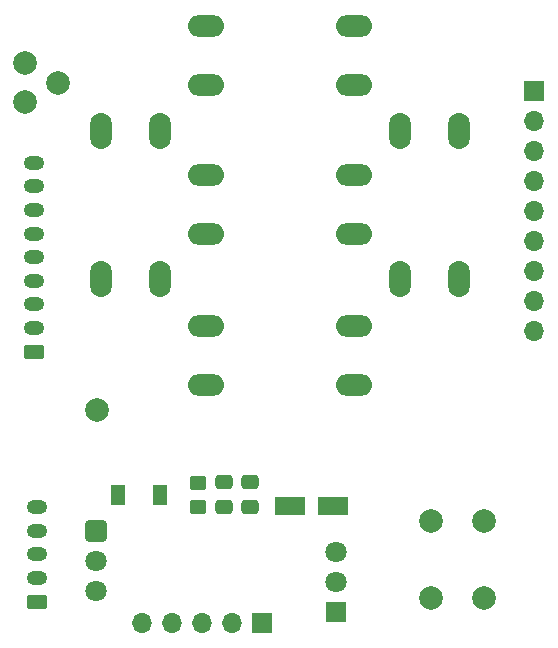
<source format=gbr>
%TF.GenerationSoftware,KiCad,Pcbnew,(6.0.10)*%
%TF.CreationDate,2023-01-21T15:45:26+09:00*%
%TF.ProjectId,monitor_control_board,6d6f6e69-746f-4725-9f63-6f6e74726f6c,rev?*%
%TF.SameCoordinates,PX7ab4258PY723a4bd*%
%TF.FileFunction,Soldermask,Top*%
%TF.FilePolarity,Negative*%
%FSLAX46Y46*%
G04 Gerber Fmt 4.6, Leading zero omitted, Abs format (unit mm)*
G04 Created by KiCad (PCBNEW (6.0.10)) date 2023-01-21 15:45:26*
%MOMM*%
%LPD*%
G01*
G04 APERTURE LIST*
G04 Aperture macros list*
%AMRoundRect*
0 Rectangle with rounded corners*
0 $1 Rounding radius*
0 $2 $3 $4 $5 $6 $7 $8 $9 X,Y pos of 4 corners*
0 Add a 4 corners polygon primitive as box body*
4,1,4,$2,$3,$4,$5,$6,$7,$8,$9,$2,$3,0*
0 Add four circle primitives for the rounded corners*
1,1,$1+$1,$2,$3*
1,1,$1+$1,$4,$5*
1,1,$1+$1,$6,$7*
1,1,$1+$1,$8,$9*
0 Add four rect primitives between the rounded corners*
20,1,$1+$1,$2,$3,$4,$5,0*
20,1,$1+$1,$4,$5,$6,$7,0*
20,1,$1+$1,$6,$7,$8,$9,0*
20,1,$1+$1,$8,$9,$2,$3,0*%
G04 Aperture macros list end*
%ADD10RoundRect,0.250000X0.625000X-0.350000X0.625000X0.350000X-0.625000X0.350000X-0.625000X-0.350000X0*%
%ADD11O,1.750000X1.200000*%
%ADD12O,1.700000X1.700000*%
%ADD13R,1.700000X1.700000*%
%ADD14O,1.850000X3.048000*%
%ADD15RoundRect,0.250200X-0.649800X0.649800X-0.649800X-0.649800X0.649800X-0.649800X0.649800X0.649800X0*%
%ADD16C,1.800000*%
%ADD17R,1.800000X1.800000*%
%ADD18C,2.000000*%
%ADD19O,3.048000X1.850000*%
%ADD20RoundRect,0.250000X-1.050000X-0.550000X1.050000X-0.550000X1.050000X0.550000X-1.050000X0.550000X0*%
%ADD21RoundRect,0.250000X0.450000X-0.350000X0.450000X0.350000X-0.450000X0.350000X-0.450000X-0.350000X0*%
%ADD22RoundRect,0.250000X0.475000X-0.337500X0.475000X0.337500X-0.475000X0.337500X-0.475000X-0.337500X0*%
%ADD23R,1.300000X1.700000*%
G04 APERTURE END LIST*
D10*
%TO.C,J3*%
X4152448Y24602645D03*
D11*
X4152448Y26602645D03*
X4152448Y28602645D03*
X4152448Y30602645D03*
X4152448Y32602645D03*
X4152448Y34602645D03*
X4152448Y36602645D03*
X4152448Y38602645D03*
X4152448Y40602645D03*
%TD*%
D12*
%TO.C,J2*%
X46545048Y26355245D03*
X46545048Y28895245D03*
X46545048Y31435245D03*
X46545048Y33975245D03*
X46545048Y36515245D03*
X46545048Y39055245D03*
X46545048Y41595245D03*
X46545048Y44135245D03*
D13*
X46545048Y46675245D03*
%TD*%
D14*
%TO.C,SW1*%
X9811848Y43268445D03*
X9811848Y30768445D03*
X14811848Y43268445D03*
X14811848Y30768445D03*
%TD*%
D15*
%TO.C,U1*%
X9384848Y9413445D03*
D16*
X9384848Y6873445D03*
X9384848Y4333445D03*
%TD*%
D17*
%TO.C,D2*%
X29704848Y2555445D03*
D16*
X29704848Y5095445D03*
X29704848Y7635445D03*
%TD*%
D18*
%TO.C,SW6*%
X37797848Y10262445D03*
X37797848Y3762445D03*
X42297848Y3762445D03*
X42297848Y10262445D03*
%TD*%
%TO.C,TP1*%
X3415848Y49037445D03*
%TD*%
D14*
%TO.C,SW5*%
X40171848Y30778445D03*
X40171848Y43278445D03*
X35171848Y30778445D03*
X35171848Y43278445D03*
%TD*%
D18*
%TO.C,TP3*%
X3415848Y45735445D03*
%TD*%
%TO.C,TP2*%
X6209848Y47386445D03*
%TD*%
D19*
%TO.C,SW4*%
X18751848Y21808445D03*
X31251848Y21808445D03*
X18751848Y26808445D03*
X31251848Y26808445D03*
%TD*%
D20*
%TO.C,E1*%
X25872848Y11572445D03*
X29472848Y11572445D03*
%TD*%
D19*
%TO.C,SW2*%
X31251848Y52178445D03*
X18751848Y52178445D03*
X31251848Y47178445D03*
X18751848Y47178445D03*
%TD*%
D21*
%TO.C,R1*%
X18046248Y11486845D03*
X18046248Y13486845D03*
%TD*%
D22*
%TO.C,C1*%
X22465848Y11449345D03*
X22465848Y13524345D03*
%TD*%
D18*
%TO.C,TP4*%
X9511848Y19700445D03*
%TD*%
D22*
%TO.C,C2*%
X20230648Y11449345D03*
X20230648Y13524345D03*
%TD*%
D23*
%TO.C,D1*%
X14817848Y12461445D03*
X11317848Y12461445D03*
%TD*%
D19*
%TO.C,SW3*%
X18751848Y39518445D03*
X31251848Y39518445D03*
X18751848Y34518445D03*
X31251848Y34518445D03*
%TD*%
D13*
%TO.C,J5*%
X23481848Y1666445D03*
D12*
X20941848Y1666445D03*
X18401848Y1666445D03*
X15861848Y1666445D03*
X13321848Y1666445D03*
%TD*%
D10*
%TO.C,J6*%
X4418048Y3444445D03*
D11*
X4418048Y5444445D03*
X4418048Y7444445D03*
X4418048Y9444445D03*
X4418048Y11444445D03*
%TD*%
M02*

</source>
